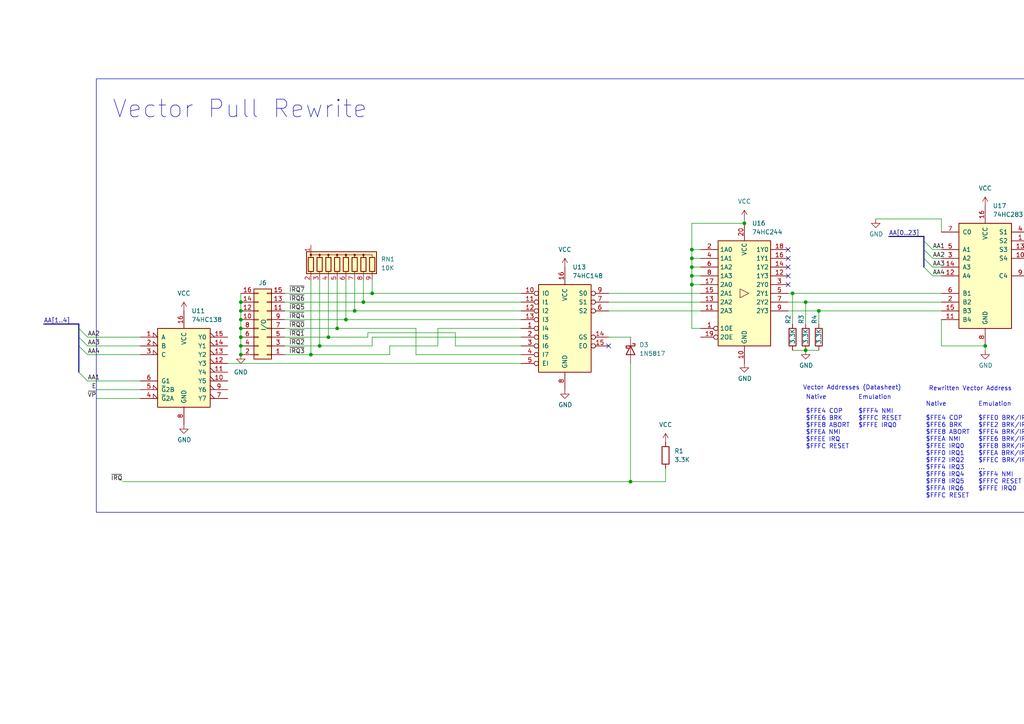
<source format=kicad_sch>
(kicad_sch (version 20250114) (generator "eeschema") (generator_version "9.0")
  (paper "A4")
  (lib_symbols
    (symbol "BB816-MATX-PCIE:74HC138" (pin_names (offset 1.016))
      (property "Reference" "U4" (at 2.1941 15.24 0))
      (property "Value" "74HC138" (at 2.1941 12.7 0))
      (symbol "74HC138_1_0"
        (pin input input_low (at -12.7 7.62 0) (length 5.08) (name "A") (number "1"))
        (pin input input_low (at -12.7 5.08 0) (length 5.08) (name "B") (number "2"))
        (pin input input_low (at -12.7 2.54 0) (length 5.08) (name "C") (number "3"))
        (pin input line (at -12.7 -5.08 0) (length 5.08) (name "G1") (number "6"))
        (pin input input_low (at -12.7 -7.62 0) (length 5.08) (name "~{G}2B") (number "5"))
        (pin input input_low (at -12.7 -10.16 0) (length 5.08) (name "~{G}2A") (number "4"))
        (pin power_in line (at 0 15.24 270) (length 5.08) (name "VCC") (number "16"))
        (pin power_in line (at 0 -17.78 90) (length 5.08) (name "GND") (number "8"))
        (pin output output_low (at 12.7 7.62 180) (length 5.08) (name "Y0") (number "15"))
        (pin output output_low (at 12.7 5.08 180) (length 5.08) (name "Y1") (number "14"))
        (pin output output_low (at 12.7 2.54 180) (length 5.08) (name "Y2") (number "13"))
        (pin output output_low (at 12.7 0 180) (length 5.08) (name "Y3") (number "12"))
        (pin output output_low (at 12.7 -2.54 180) (length 5.08) (name "Y4") (number "11"))
        (pin output output_low (at 12.7 -5.08 180) (length 5.08) (name "Y5") (number "10"))
        (pin output output_low (at 12.7 -7.62 180) (length 5.08) (name "Y6") (number "9"))
        (pin output output_low (at 12.7 -10.16 180) (length 5.08) (name "Y7") (number "7"))
      )
      (symbol "74HC138_1_1"
        (rectangle (start -7.62 10.16) (end 7.62 -12.7) (stroke (width 0.254)) (fill (type background)))
      )
    )
    (symbol "BB816-MATX-PCIE:74HC148" (pin_names (offset 1.016))
      (property "Reference" "U2" (at 2.1941 17.78 0))
      (property "Value" "74HC148" (at 2.1941 15.24 0))
      (symbol "74HC148_1_0"
        (pin input inverted (at -12.7 10.16 0) (length 5.08) (name "IO") (number "10"))
        (pin input inverted (at -12.7 7.62 0) (length 5.08) (name "I1") (number "11"))
        (pin input inverted (at -12.7 5.08 0) (length 5.08) (name "I2") (number "12"))
        (pin input inverted (at -12.7 2.54 0) (length 5.08) (name "I3") (number "13"))
        (pin input inverted (at -12.7 0 0) (length 5.08) (name "I4") (number "1"))
        (pin input inverted (at -12.7 -2.54 0) (length 5.08) (name "I5") (number "2"))
        (pin input inverted (at -12.7 -5.08 0) (length 5.08) (name "I6") (number "3"))
        (pin input inverted (at -12.7 -7.62 0) (length 5.08) (name "I7") (number "4"))
        (pin input inverted (at -12.7 -10.16 0) (length 5.08) (name "EI") (number "5"))
        (pin power_in line (at 0 17.78 270) (length 5.08) (name "VCC") (number "16"))
        (pin power_in line (at 0 -17.78 90) (length 5.08) (name "GND") (number "8"))
        (pin output inverted (at 12.7 10.16 180) (length 5.08) (name "S0") (number "9"))
        (pin output inverted (at 12.7 7.62 180) (length 5.08) (name "S1") (number "7"))
        (pin output inverted (at 12.7 5.08 180) (length 5.08) (name "S2") (number "6"))
        (pin output inverted (at 12.7 -2.54 180) (length 5.08) (name "GS") (number "14"))
        (pin output inverted (at 12.7 -5.08 180) (length 5.08) (name "EO") (number "15"))
      )
      (symbol "74HC148_1_1"
        (rectangle (start -7.62 12.7) (end 7.62 -12.7) (stroke (width 0.254)) (fill (type background)))
      )
    )
    (symbol "BB816-MATX-PCIE:74HC244"
      (property "Reference" "U" (at -7.62 16.51 0))
      (property "Value" "74HC244" (at -7.62 -16.51 0))
      (symbol "74HC244_1_0"
        (polyline (pts (xy 1.27 0) (xy -1.27 1.27) (xy -1.27 -1.27) (xy 1.27 0)) (stroke (width 0.1524)))
        (pin input line (at -12.7 12.7 0) (length 5.08) (name "1A0") (number "2"))
        (pin input line (at -12.7 10.16 0) (length 5.08) (name "1A1") (number "4"))
        (pin input line (at -12.7 7.62 0) (length 5.08) (name "1A2") (number "6"))
        (pin input line (at -12.7 5.08 0) (length 5.08) (name "1A3") (number "8"))
        (pin input line (at -12.7 2.54 0) (length 5.08) (name "2A0") (number "17"))
        (pin input line (at -12.7 0 0) (length 5.08) (name "2A1") (number "15"))
        (pin input line (at -12.7 -2.54 0) (length 5.08) (name "2A2") (number "13"))
        (pin input line (at -12.7 -5.08 0) (length 5.08) (name "2A3") (number "11"))
        (pin input inverted (at -12.7 -10.16 0) (length 5.08) (name "1OE") (number "1"))
        (pin input inverted (at -12.7 -12.7 0) (length 5.08) (name "2OE") (number "19"))
        (pin power_in line (at 0 20.32 270) (length 5.08) (name "VCC") (number "20"))
        (pin power_in line (at 0 -20.32 90) (length 5.08) (name "GND") (number "10"))
        (pin tri_state line (at 12.7 12.7 180) (length 5.08) (name "1Y0") (number "18"))
        (pin tri_state line (at 12.7 10.16 180) (length 5.08) (name "1Y1") (number "16"))
        (pin tri_state line (at 12.7 7.62 180) (length 5.08) (name "1Y2") (number "14"))
        (pin tri_state line (at 12.7 5.08 180) (length 5.08) (name "1Y3") (number "12"))
        (pin tri_state line (at 12.7 2.54 180) (length 5.08) (name "2Y0") (number "3"))
        (pin tri_state line (at 12.7 0 180) (length 5.08) (name "2Y1") (number "5"))
        (pin tri_state line (at 12.7 -2.54 180) (length 5.08) (name "2Y2") (number "7"))
        (pin tri_state line (at 12.7 -5.08 180) (length 5.08) (name "2Y3") (number "9"))
      )
      (symbol "74HC244_1_1"
        (rectangle (start -7.62 15.24) (end 7.62 -15.24) (stroke (width 0.254)) (fill (type background)))
      )
    )
    (symbol "BB816-MATX-PCIE:74HC283" (pin_names (offset 1.016))
      (property "Reference" "U8" (at 0 -1.27 0))
      (property "Value" "74HC283" (at -0.2286 -3.81 0))
      (symbol "74HC283_1_0"
        (pin input line (at -12.7 12.7 0) (length 5.08) (name "C0") (number "7"))
        (pin input line (at -12.7 7.62 0) (length 5.08) (name "A1") (number "5"))
        (pin input line (at -12.7 5.08 0) (length 5.08) (name "A2") (number "3"))
        (pin input line (at -12.7 2.54 0) (length 5.08) (name "A3") (number "14"))
        (pin input line (at -12.7 0 0) (length 5.08) (name "A4") (number "12"))
        (pin input line (at -12.7 -5.08 0) (length 5.08) (name "B1") (number "6"))
        (pin input line (at -12.7 -7.62 0) (length 5.08) (name "B2") (number "2"))
        (pin input line (at -12.7 -10.16 0) (length 5.08) (name "B3") (number "15"))
        (pin input line (at -12.7 -12.7 0) (length 5.08) (name "B4") (number "11"))
        (pin power_in line (at 0 20.32 270) (length 5.08) (name "VCC") (number "16"))
        (pin power_in line (at 0 -20.32 90) (length 5.08) (name "GND") (number "8"))
        (pin output line (at 12.7 12.7 180) (length 5.08) (name "S1") (number "4"))
        (pin output line (at 12.7 10.16 180) (length 5.08) (name "S2") (number "1"))
        (pin output line (at 12.7 7.62 180) (length 5.08) (name "S3") (number "13"))
        (pin output line (at 12.7 5.08 180) (length 5.08) (name "S4") (number "10"))
        (pin output line (at 12.7 0 180) (length 5.08) (name "C4") (number "9"))
      )
      (symbol "74HC283_1_1"
        (rectangle (start -7.62 15.24) (end 7.62 -15.24) (stroke (width 0.254)) (fill (type background)))
      )
    )
    (symbol "Connector_Generic:Conn_02x08_Odd_Even" (pin_names (offset 1.016) (hide yes))
      (property "Reference" "J" (at 1.27 10.16 0))
      (property "Value" "Conn_02x08_Odd_Even" (at 1.27 -12.7 0))
      (symbol "Conn_02x08_Odd_Even_1_1"
        (rectangle (start -1.27 8.89) (end 3.81 -11.43) (stroke (width 0.254)) (fill (type background)))
        (rectangle (start -1.27 7.747) (end 0 7.493) (stroke (width 0.1524)))
        (rectangle (start -1.27 5.207) (end 0 4.953) (stroke (width 0.1524)))
        (rectangle (start -1.27 2.667) (end 0 2.413) (stroke (width 0.1524)))
        (rectangle (start -1.27 0.127) (end 0 -0.127) (stroke (width 0.1524)))
        (rectangle (start -1.27 -2.413) (end 0 -2.667) (stroke (width 0.1524)))
        (rectangle (start -1.27 -4.953) (end 0 -5.207) (stroke (width 0.1524)))
        (rectangle (start -1.27 -7.493) (end 0 -7.747) (stroke (width 0.1524)))
        (rectangle (start -1.27 -10.033) (end 0 -10.287) (stroke (width 0.1524)))
        (rectangle (start 3.81 7.747) (end 2.54 7.493) (stroke (width 0.1524)))
        (rectangle (start 3.81 5.207) (end 2.54 4.953) (stroke (width 0.1524)))
        (rectangle (start 3.81 2.667) (end 2.54 2.413) (stroke (width 0.1524)))
        (rectangle (start 3.81 0.127) (end 2.54 -0.127) (stroke (width 0.1524)))
        (rectangle (start 3.81 -2.413) (end 2.54 -2.667) (stroke (width 0.1524)))
        (rectangle (start 3.81 -4.953) (end 2.54 -5.207) (stroke (width 0.1524)))
        (rectangle (start 3.81 -7.493) (end 2.54 -7.747) (stroke (width 0.1524)))
        (rectangle (start 3.81 -10.033) (end 2.54 -10.287) (stroke (width 0.1524)))
        (pin passive line (at -5.08 7.62 0) (length 3.81) (name "Pin_1") (number "1"))
        (pin passive line (at -5.08 5.08 0) (length 3.81) (name "Pin_3") (number "3"))
        (pin passive line (at -5.08 2.54 0) (length 3.81) (name "Pin_5") (number "5"))
        (pin passive line (at -5.08 0 0) (length 3.81) (name "Pin_7") (number "7"))
        (pin passive line (at -5.08 -2.54 0) (length 3.81) (name "Pin_9") (number "9"))
        (pin passive line (at -5.08 -5.08 0) (length 3.81) (name "Pin_11") (number "11"))
        (pin passive line (at -5.08 -7.62 0) (length 3.81) (name "Pin_13") (number "13"))
        (pin passive line (at -5.08 -10.16 0) (length 3.81) (name "Pin_15") (number "15"))
        (pin passive line (at 7.62 7.62 180) (length 3.81) (name "Pin_2") (number "2"))
        (pin passive line (at 7.62 5.08 180) (length 3.81) (name "Pin_4") (number "4"))
        (pin passive line (at 7.62 2.54 180) (length 3.81) (name "Pin_6") (number "6"))
        (pin passive line (at 7.62 0 180) (length 3.81) (name "Pin_8") (number "8"))
        (pin passive line (at 7.62 -2.54 180) (length 3.81) (name "Pin_10") (number "10"))
        (pin passive line (at 7.62 -5.08 180) (length 3.81) (name "Pin_12") (number "12"))
        (pin passive line (at 7.62 -7.62 180) (length 3.81) (name "Pin_14") (number "14"))
        (pin passive line (at 7.62 -10.16 180) (length 3.81) (name "Pin_16") (number "16"))
      )
    )
    (symbol "Device:R" (pin_numbers (hide yes)) (pin_names (offset 0))
      (property "Reference" "R" (at 2.032 0 90))
      (property "Value" "R" (at 0 0 90))
      (symbol "R_0_1"
        (rectangle (start -1.016 -2.54) (end 1.016 2.54) (stroke (width 0.254)))
      )
      (symbol "R_1_1"
        (pin passive line (at 0 3.81 270) (length 1.27) (name "~") (number "1"))
        (pin passive line (at 0 -3.81 90) (length 1.27) (name "~") (number "2"))
      )
    )
    (symbol "Device:R_Network08" (pin_names (offset 0) (hide yes))
      (property "Reference" "RN" (at -12.7 0 90))
      (property "Value" "R_Network08" (at 10.16 0 90))
      (symbol "R_Network08_0_1"
        (rectangle (start -11.43 -3.175) (end 8.89 3.175) (stroke (width 0.254)) (fill (type background)))
        (rectangle (start -10.922 1.524) (end -9.398 -2.54) (stroke (width 0.254)))
        (circle (center -10.16 2.286) (radius 0.254) (fill (type outline)))
        (polyline (pts (xy -10.16 1.524) (xy -10.16 2.286) (xy -7.62 2.286) (xy -7.62 1.524)))
        (polyline (pts (xy -10.16 -2.54) (xy -10.16 -3.81)))
        (rectangle (start -8.382 1.524) (end -6.858 -2.54) (stroke (width 0.254)))
        (circle (center -7.62 2.286) (radius 0.254) (fill (type outline)))
        (polyline (pts (xy -7.62 1.524) (xy -7.62 2.286) (xy -5.08 2.286) (xy -5.08 1.524)))
        (polyline (pts (xy -7.62 -2.54) (xy -7.62 -3.81)))
        (rectangle (start -5.842 1.524) (end -4.318 -2.54) (stroke (width 0.254)))
        (circle (center -5.08 2.286) (radius 0.254) (fill (type outline)))
        (polyline (pts (xy -5.08 1.524) (xy -5.08 2.286) (xy -2.54 2.286) (xy -2.54 1.524)))
        (polyline (pts (xy -5.08 -2.54) (xy -5.08 -3.81)))
        (rectangle (start -3.302 1.524) (end -1.778 -2.54) (stroke (width 0.254)))
        (circle (center -2.54 2.286) (radius 0.254) (fill (type outline)))
        (polyline (pts (xy -2.54 1.524) (xy -2.54 2.286) (xy 0 2.286) (xy 0 1.524)))
        (polyline (pts (xy -2.54 -2.54) (xy -2.54 -3.81)))
        (rectangle (start -0.762 1.524) (end 0.762 -2.54) (stroke (width 0.254)))
        (circle (center 0 2.286) (radius 0.254) (fill (type outline)))
        (polyline (pts (xy 0 1.524) (xy 0 2.286) (xy 2.54 2.286) (xy 2.54 1.524)))
        (polyline (pts (xy 0 -2.54) (xy 0 -3.81)))
        (rectangle (start 1.778 1.524) (end 3.302 -2.54) (stroke (width 0.254)))
        (circle (center 2.54 2.286) (radius 0.254) (fill (type outline)))
        (polyline (pts (xy 2.54 1.524) (xy 2.54 2.286) (xy 5.08 2.286) (xy 5.08 1.524)))
        (polyline (pts (xy 2.54 -2.54) (xy 2.54 -3.81)))
        (rectangle (start 4.318 1.524) (end 5.842 -2.54) (stroke (width 0.254)))
        (circle (center 5.08 2.286) (radius 0.254) (fill (type outline)))
        (polyline (pts (xy 5.08 1.524) (xy 5.08 2.286) (xy 7.62 2.286) (xy 7.62 1.524)))
        (polyline (pts (xy 5.08 -2.54) (xy 5.08 -3.81)))
        (rectangle (start 6.858 1.524) (end 8.382 -2.54) (stroke (width 0.254)))
        (polyline (pts (xy 7.62 -2.54) (xy 7.62 -3.81)))
      )
      (symbol "R_Network08_1_1"
        (pin passive line (at -10.16 5.08 270) (length 2.54) (name "common") (number "1"))
        (pin passive line (at -10.16 -5.08 90) (length 1.27) (name "R1") (number "2"))
        (pin passive line (at -7.62 -5.08 90) (length 1.27) (name "R2") (number "3"))
        (pin passive line (at -5.08 -5.08 90) (length 1.27) (name "R3") (number "4"))
        (pin passive line (at -2.54 -5.08 90) (length 1.27) (name "R4") (number "5"))
        (pin passive line (at 0 -5.08 90) (length 1.27) (name "R5") (number "6"))
        (pin passive line (at 2.54 -5.08 90) (length 1.27) (name "R6") (number "7"))
        (pin passive line (at 5.08 -5.08 90) (length 1.27) (name "R7") (number "8"))
        (pin passive line (at 7.62 -5.08 90) (length 1.27) (name "R8") (number "9"))
      )
    )
    (symbol "Diode:1N5817" (pin_numbers (hide yes)) (pin_names (offset 1.016) (hide yes))
      (property "Reference" "D" (at 0 2.54 0))
      (property "Value" "1N5817" (at 0 -2.54 0))
      (symbol "1N5817_0_1"
        (polyline (pts (xy -1.905 0.635) (xy -1.905 1.27) (xy -1.27 1.27) (xy -1.27 -1.27) (xy -0.635 -1.27) (xy -0.635 -0.635)) (stroke (width 0.254)))
        (polyline (pts (xy 1.27 1.27) (xy 1.27 -1.27) (xy -1.27 0) (xy 1.27 1.27)) (stroke (width 0.254)))
        (polyline (pts (xy 1.27 0) (xy -1.27 0)))
      )
      (symbol "1N5817_1_1"
        (pin passive line (at -3.81 0 0) (length 2.54) (name "K") (number "1"))
        (pin passive line (at 3.81 0 180) (length 2.54) (name "A") (number "2"))
      )
    )
    (symbol "power:GND" (power) (pin_names (offset 0))
      (property "Value" "GND" (at 0 -3.81 0))
      (symbol "GND_0_1"
        (polyline (pts (xy 0 0) (xy 0 -1.27) (xy 1.27 -1.27) (xy 0 -2.54) (xy -1.27 -1.27) (xy 0 -1.27)))
      )
      (symbol "GND_1_1"
        (pin power_in line (at 0 0 270) (length 0) (hide yes) (name "GND") (number "1"))
      )
    )
    (symbol "power:VCC" (power) (pin_names (offset 0))
      (property "Value" "VCC" (at 0 3.81 0))
      (symbol "VCC_0_1"
        (polyline (pts (xy -0.762 1.27) (xy 0 2.54)))
        (polyline (pts (xy 0 2.54) (xy 0.762 1.27)))
        (polyline (pts (xy 0 0) (xy 0 2.54)))
      )
      (symbol "VCC_1_1"
        (pin power_in line (at 0 0 90) (length 0) (hide yes) (name "VCC") (number "1"))
      )
    )
  )
  (rectangle (start 27.94 22.86) (end 325.12 148.59))
  (text "Vector Pull Rewrite" (at 69.596 31.75 0) (effects (font (size 5.08 5.08))))
  (text "Vector Addresses (Datasheet)" (at 247.142 112.522 0) (effects (font (size 1.27 1.27))))
  (text "Native\n\n$FFE4 COP\n$FFE6 BRK\n$FFE8 ABORT\n$FFEA NMI\n$FFEE IRQ0\n$FFF0 IRQ1\n$FFF2 IRQ2\n$FFF4 IRQ3\n$FFF6 IRQ4\n$FFF8 IRQ5\n$FFFA IRQ6\n$FFFC RESET" (at 268.478 130.556 0) (effects (font (size 1.27 1.27)) (justify left)))
  (text "Native\n\n$FFE4 COP\n$FFE6 BRK\n$FFE8 ABORT\n$FFEA NMI\n$FFEE IRQ\n$FFFC RESET" (at 233.68 122.428 0) (effects (font (size 1.27 1.27)) (justify left)))
  (text "Emulation\n\n$FFF4 NMI\n$FFFC RESET\n$FFFE IRQ0\n" (at 248.92 119.38 0) (effects (font (size 1.27 1.27)) (justify left)))
  (text "Emulation\n\n$FFE0 BRK/IRQ1\n$FFE2 BRK/IRQ2\n$FFE4 BRK/IRQ3\n$FFE6 BRK/IRQ4\n$FFE8 BRK/IRQ5\n$FFEA BRK/IRQ6\n$FFEC BRK/IRQ7\n...\n$FFF4 NMI\n$FFFC RESET\n$FFFE IRQ0\n" (at 283.718 129.54 0) (effects (font (size 1.27 1.27)) (justify left)))
  (text "Rewritten Vector Address" (at 281.432 112.776 0) (effects (font (size 1.27 1.27))))
  (junction (at 107.95 85.09))
  (junction (at 200.66 82.55))
  (junction (at 215.9 64.77))
  (junction (at 200.66 72.39))
  (junction (at 90.17 102.87))
  (junction (at 69.85 100.33))
  (junction (at 100.33 92.71))
  (junction (at 285.75 100.33))
  (junction (at 229.87 85.09))
  (junction (at 92.71 100.33))
  (junction (at 69.85 97.79))
  (junction (at 69.85 90.17))
  (junction (at 69.85 87.63))
  (junction (at 69.85 92.71))
  (junction (at 200.66 74.93))
  (junction (at 69.85 102.87))
  (junction (at 69.85 95.25))
  (junction (at 182.88 139.7))
  (junction (at 105.41 87.63))
  (junction (at 233.68 101.6))
  (junction (at 200.66 77.47))
  (junction (at 233.68 87.63))
  (junction (at 200.66 80.01))
  (junction (at 237.49 90.17))
  (junction (at 95.25 97.79))
  (junction (at 97.79 95.25))
  (junction (at 102.87 90.17))
  (no_connect (at 228.6 74.93))
  (no_connect (at 228.6 80.01))
  (no_connect (at 228.6 72.39))
  (no_connect (at 176.53 100.33))
  (no_connect (at 228.6 82.55))
  (no_connect (at 228.6 77.47))
  (bus_entry (at 303.53 64.77) (size -2.54 2.54))
  (bus_entry (at 267.97 77.47) (size 2.54 2.54))
  (bus_entry (at 22.86 107.95) (size 2.54 2.54))
  (bus_entry (at 267.97 74.93) (size 2.54 2.54))
  (bus_entry (at 22.86 97.79) (size 2.54 2.54))
  (bus_entry (at 303.53 69.85) (size -2.54 2.54))
  (bus_entry (at 303.53 72.39) (size -2.54 2.54))
  (bus_entry (at 22.86 100.33) (size 2.54 2.54))
  (bus_entry (at 22.86 95.25) (size 2.54 2.54))
  (bus_entry (at 267.97 72.39) (size 2.54 2.54))
  (bus_entry (at 267.97 69.85) (size 2.54 2.54))
  (bus_entry (at 303.53 67.31) (size -2.54 2.54))
  (wire (pts (xy 102.87 81.28) (xy 102.87 90.17)))
  (wire (pts (xy 82.55 92.71) (xy 100.33 92.71)))
  (wire (pts (xy 127 100.33) (xy 113.03 100.33)))
  (wire (pts (xy 285.75 101.6) (xy 285.75 100.33)))
  (wire (pts (xy 200.66 77.47) (xy 203.2 77.47)))
  (wire (pts (xy 300.99 69.85) (xy 298.45 69.85)))
  (wire (pts (xy 120.65 102.87) (xy 151.13 102.87)))
  (wire (pts (xy 200.66 74.93) (xy 200.66 72.39)))
  (wire (pts (xy 182.88 105.41) (xy 182.88 139.7)))
  (wire (pts (xy 95.25 97.79) (xy 106.68 97.79)))
  (wire (pts (xy 102.87 90.17) (xy 151.13 90.17)))
  (wire (pts (xy 120.65 102.87) (xy 120.65 95.25)))
  (wire (pts (xy 200.66 74.93) (xy 203.2 74.93)))
  (wire (pts (xy 229.87 85.09) (xy 273.05 85.09)))
  (bus (pts (xy 313.69 63.5) (xy 303.53 63.5)))
  (wire (pts (xy 273.05 63.5) (xy 273.05 67.31)))
  (bus (pts (xy 303.53 64.77) (xy 303.53 67.31)))
  (bus (pts (xy 22.86 93.98) (xy 22.86 95.25)))
  (wire (pts (xy 25.4 102.87) (xy 40.64 102.87)))
  (wire (pts (xy 92.71 81.28) (xy 92.71 100.33)))
  (wire (pts (xy 200.66 77.47) (xy 200.66 74.93)))
  (wire (pts (xy 200.66 80.01) (xy 200.66 77.47)))
  (bus (pts (xy 267.97 77.47) (xy 267.97 74.93)))
  (wire (pts (xy 270.51 74.93) (xy 273.05 74.93)))
  (wire (pts (xy 35.56 139.7) (xy 182.88 139.7)))
  (wire (pts (xy 228.6 85.09) (xy 229.87 85.09)))
  (wire (pts (xy 237.49 90.17) (xy 273.05 90.17)))
  (wire (pts (xy 273.05 100.33) (xy 273.05 92.71)))
  (wire (pts (xy 300.99 72.39) (xy 298.45 72.39)))
  (wire (pts (xy 69.85 90.17) (xy 69.85 92.71)))
  (wire (pts (xy 200.66 82.55) (xy 203.2 82.55)))
  (wire (pts (xy 25.4 110.49) (xy 40.64 110.49)))
  (wire (pts (xy 270.51 77.47) (xy 273.05 77.47)))
  (wire (pts (xy 300.99 74.93) (xy 298.45 74.93)))
  (wire (pts (xy 25.4 100.33) (xy 40.64 100.33)))
  (wire (pts (xy 25.4 97.79) (xy 40.64 97.79)))
  (bus (pts (xy 257.81 68.58) (xy 267.97 68.58)))
  (wire (pts (xy 69.85 100.33) (xy 69.85 102.87)))
  (wire (pts (xy 82.55 95.25) (xy 97.79 95.25)))
  (bus (pts (xy 267.97 69.85) (xy 267.97 72.39)))
  (wire (pts (xy 95.25 81.28) (xy 95.25 97.79)))
  (wire (pts (xy 193.04 135.89) (xy 193.04 139.7)))
  (wire (pts (xy 127 95.25) (xy 127 100.33)))
  (bus (pts (xy 22.86 97.79) (xy 22.86 95.25)))
  (wire (pts (xy 285.75 100.33) (xy 273.05 100.33)))
  (wire (pts (xy 82.55 97.79) (xy 95.25 97.79)))
  (wire (pts (xy 237.49 90.17) (xy 237.49 93.98)))
  (wire (pts (xy 90.17 81.28) (xy 90.17 102.87)))
  (wire (pts (xy 200.66 64.77) (xy 215.9 64.77)))
  (wire (pts (xy 200.66 72.39) (xy 200.66 64.77)))
  (wire (pts (xy 97.79 95.25) (xy 120.65 95.25)))
  (wire (pts (xy 107.95 85.09) (xy 151.13 85.09)))
  (wire (pts (xy 69.85 92.71) (xy 69.85 95.25)))
  (wire (pts (xy 27.94 113.03) (xy 40.64 113.03)))
  (wire (pts (xy 97.79 81.28) (xy 97.79 95.25)))
  (wire (pts (xy 106.68 96.52) (xy 132.08 96.52)))
  (bus (pts (xy 22.86 100.33) (xy 22.86 107.95)))
  (wire (pts (xy 82.55 87.63) (xy 105.41 87.63)))
  (wire (pts (xy 100.33 81.28) (xy 100.33 92.71)))
  (wire (pts (xy 182.88 139.7) (xy 193.04 139.7)))
  (bus (pts (xy 267.97 68.58) (xy 267.97 69.85)))
  (wire (pts (xy 127 95.25) (xy 151.13 95.25)))
  (wire (pts (xy 105.41 87.63) (xy 151.13 87.63)))
  (wire (pts (xy 228.6 87.63) (xy 233.68 87.63)))
  (wire (pts (xy 200.66 80.01) (xy 200.66 82.55)))
  (wire (pts (xy 113.03 100.33) (xy 113.03 102.87)))
  (bus (pts (xy 303.53 72.39) (xy 303.53 69.85)))
  (bus (pts (xy 22.86 100.33) (xy 22.86 97.79)))
  (wire (pts (xy 66.04 105.41) (xy 151.13 105.41)))
  (wire (pts (xy 107.95 97.79) (xy 107.95 100.33)))
  (bus (pts (xy 267.97 74.93) (xy 267.97 72.39)))
  (wire (pts (xy 200.66 80.01) (xy 203.2 80.01)))
  (wire (pts (xy 228.6 90.17) (xy 237.49 90.17)))
  (wire (pts (xy 203.2 95.25) (xy 200.66 95.25)))
  (wire (pts (xy 69.85 95.25) (xy 69.85 97.79)))
  (wire (pts (xy 300.99 67.31) (xy 298.45 67.31)))
  (wire (pts (xy 107.95 97.79) (xy 151.13 97.79)))
  (wire (pts (xy 254 63.5) (xy 273.05 63.5)))
  (wire (pts (xy 105.41 81.28) (xy 105.41 87.63)))
  (wire (pts (xy 92.71 100.33) (xy 107.95 100.33)))
  (wire (pts (xy 270.51 80.01) (xy 273.05 80.01)))
  (wire (pts (xy 90.17 102.87) (xy 113.03 102.87)))
  (wire (pts (xy 176.53 87.63) (xy 203.2 87.63)))
  (wire (pts (xy 233.68 87.63) (xy 273.05 87.63)))
  (wire (pts (xy 176.53 85.09) (xy 203.2 85.09)))
  (wire (pts (xy 229.87 101.6) (xy 233.68 101.6)))
  (wire (pts (xy 107.95 81.28) (xy 107.95 85.09)))
  (wire (pts (xy 69.85 97.79) (xy 69.85 100.33)))
  (wire (pts (xy 176.53 90.17) (xy 203.2 90.17)))
  (bus (pts (xy 12.7 93.98) (xy 22.86 93.98)))
  (wire (pts (xy 176.53 97.79) (xy 182.88 97.79)))
  (wire (pts (xy 100.33 92.71) (xy 151.13 92.71)))
  (wire (pts (xy 132.08 100.33) (xy 132.08 96.52)))
  (wire (pts (xy 82.55 100.33) (xy 92.71 100.33)))
  (wire (pts (xy 106.68 96.52) (xy 106.68 97.79)))
  (wire (pts (xy 200.66 72.39) (xy 203.2 72.39)))
  (bus (pts (xy 303.53 69.85) (xy 303.53 67.31)))
  (wire (pts (xy 233.68 87.63) (xy 233.68 93.98)))
  (wire (pts (xy 132.08 100.33) (xy 151.13 100.33)))
  (wire (pts (xy 215.9 63.5) (xy 215.9 64.77)))
  (wire (pts (xy 69.85 87.63) (xy 69.85 90.17)))
  (wire (pts (xy 229.87 85.09) (xy 229.87 93.98)))
  (wire (pts (xy 82.55 102.87) (xy 90.17 102.87)))
  (wire (pts (xy 233.68 101.6) (xy 237.49 101.6)))
  (wire (pts (xy 82.55 90.17) (xy 102.87 90.17)))
  (bus (pts (xy 303.53 63.5) (xy 303.53 64.77)))
  (wire (pts (xy 69.85 85.09) (xy 69.85 87.63)))
  (wire (pts (xy 200.66 82.55) (xy 200.66 95.25)))
  (wire (pts (xy 82.55 85.09) (xy 107.95 85.09)))
  (wire (pts (xy 270.51 72.39) (xy 273.05 72.39)))
  (wire (pts (xy 27.94 115.57) (xy 40.64 115.57)))
  (label "~{IRQ1}" (at 83.82 97.79 0))
  (label "AA3" (at 25.4 100.33 0))
  (label "AA[1..4]" (at 12.7 93.98 0))
  (label "AA2" (at 25.4 97.79 0))
  (label "~{IRQ0}" (at 83.82 95.25 0))
  (label "A1" (at 300.99 67.31 180))
  (label "~{IRQ5}" (at 83.82 90.17 0))
  (label "A4" (at 300.99 74.93 180))
  (label "~{IRQ7}" (at 83.82 85.09 0))
  (label "~{IRQ4}" (at 83.82 92.71 0))
  (label "~{VP}" (at 27.94 115.57 180))
  (label "AA4" (at 270.51 80.01 0))
  (label "A[0..23]" (at 313.69 63.5 180))
  (label "AA4" (at 25.4 102.87 0))
  (label "AA[0..23]" (at 257.81 68.58 0))
  (label "AA2" (at 270.51 74.93 0))
  (label "A3" (at 300.99 72.39 180))
  (label "A2" (at 300.99 69.85 180))
  (label "~{IRQ6}" (at 83.82 87.63 0))
  (label "~{IRQ}" (at 35.56 139.7 180))
  (label "E" (at 27.94 113.03 180))
  (label "~{IRQ2}" (at 83.82 100.33 0))
  (label "AA1" (at 25.4 110.49 0))
  (label "AA3" (at 270.51 77.47 0))
  (label "~{IRQ3}" (at 83.82 102.87 0))
  (label "AA1" (at 270.51 72.39 0))
  (symbol (lib_id "Device:R") (at 237.49 97.79 0) (unit 1)
    (property "Reference" "R4" (at 236.22 93.98 90) (effects (justify left)))
    (property "Value" "3.3K" (at 237.49 99.822 90) (effects (justify left)))
    (property "Footprint" "Resistor_THT:R_Axial_DIN0207_L6.3mm_D2.5mm_P7.62mm_Horizontal" (effects (hide yes)))
    (property "Description" "Resistor" (effects (hide yes)))
  )
  (symbol (lib_id "power:GND") (at 163.83 113.03 0) (unit 1)
    (property "Reference" "#PWR025" (effects (hide yes)))
    (property "Value" "GND" (at 163.957 117.4242 0))
  )
  (symbol (lib_id "Device:R") (at 233.68 97.79 0) (unit 1)
    (property "Reference" "R3" (at 232.41 93.98 90) (effects (justify left)))
    (property "Value" "3.3K" (at 233.68 99.822 90) (effects (justify left)))
    (property "Footprint" "Resistor_THT:R_Axial_DIN0207_L6.3mm_D2.5mm_P7.62mm_Horizontal" (effects (hide yes)))
    (property "Description" "Resistor" (effects (hide yes)))
  )
  (symbol (lib_id "power:VCC") (at 163.83 77.47 0) (unit 1)
    (property "Reference" "#PWR024" (effects (hide yes)))
    (property "Value" "VCC" (at 163.83 72.39 0))
    (property "Description" "Power symbol creates a global label with name \"VCC\"" (effects (hide yes)))
  )
  (symbol (lib_id "power:VCC") (at 193.04 128.27 0) (unit 1)
    (property "Reference" "#PWR026" (effects (hide yes)))
    (property "Value" "VCC" (at 193.04 123.19 0))
    (property "Description" "Power symbol creates a global label with name \"VCC\"" (effects (hide yes)))
  )
  (symbol (lib_id "Connector_Generic:Conn_02x08_Odd_Even") (at 77.47 95.25 180) (unit 1)
    (property "Reference" "J6" (at 76.2 82.042 0))
    (property "Value" "I/O" (at 76.454 94.234 90))
    (property "Footprint" "Connector_PinHeader_2.54mm:PinHeader_2x08_P2.54mm_Vertical" (effects (hide yes)))
    (property "Description" "Generic connector, double row, 02x08, odd/even pin numbering scheme (row 1 odd numbers, row 2 even numbers), script generated (kicad-library-utils/schlib/autogen/connector/)" (effects (hide yes)))
  )
  (symbol (lib_id "power:GND") (at 233.68 101.6 0) (unit 1)
    (property "Reference" "#PWR028" (effects (hide yes)))
    (property "Value" "GND" (at 233.807 105.9942 0))
  )
  (symbol (lib_id "Device:R") (at 229.87 97.79 0) (unit 1)
    (property "Reference" "R2" (at 228.6 93.98 90) (effects (justify left)))
    (property "Value" "3.3K" (at 229.87 99.822 90) (effects (justify left)))
    (property "Footprint" "Resistor_THT:R_Axial_DIN0207_L6.3mm_D2.5mm_P7.62mm_Horizontal" (effects (hide yes)))
    (property "Description" "Resistor" (effects (hide yes)))
  )
  (symbol (lib_id "power:GND") (at 69.85 102.87 0) (unit 1)
    (property "Reference" "#PWR032" (effects (hide yes)))
    (property "Value" "GND" (at 69.85 107.95 0))
    (property "Description" "Power symbol creates a global label with name \"GND\" , ground" (effects (hide yes)))
  )
  (symbol (lib_id "power:VCC") (at 53.34 90.17 0) (unit 1)
    (property "Reference" "#PWR014" (effects (hide yes)))
    (property "Value" "VCC" (at 53.34 85.09 0))
    (property "Description" "Power symbol creates a global label with name \"VCC\"" (effects (hide yes)))
  )
  (symbol (lib_id "BB816-MATX-PCIE:74HC283") (at 285.75 80.01 0) (unit 1)
    (property "Reference" "U17" (at 287.9441 59.69 0) (effects (justify left)))
    (property "Value" "74HC283" (at 287.9441 62.23 0) (effects (justify left)))
    (property "Footprint" "Package_DIP:DIP-16_W7.62mm_Socket" (effects (hide yes)))
    (property "Datasheet" "https://www.ti.com/lit/ds/symlink/cd74hc283.pdf" (effects (hide yes)))
    (property "Description" "4-bit full Adder" (effects (hide yes)))
  )
  (symbol (lib_id "power:VCC") (at 215.9 63.5 0) (unit 1)
    (property "Reference" "#PWR027" (effects (hide yes)))
    (property "Value" "VCC" (at 215.9 58.42 0))
    (property "Description" "Power symbol creates a global label with name \"VCC\"" (effects (hide yes)))
  )
  (symbol (lib_id "power:GND") (at 215.9 105.41 0) (unit 1)
    (property "Reference" "#PWR01" (effects (hide yes)))
    (property "Value" "GND" (at 216.027 109.8042 0))
  )
  (symbol (lib_id "power:VCC") (at 285.75 59.69 0) (unit 1)
    (property "Reference" "#PWR030" (effects (hide yes)))
    (property "Value" "VCC" (at 285.75 54.61 0))
    (property "Description" "Power symbol creates a global label with name \"VCC\"" (effects (hide yes)))
  )
  (symbol (lib_id "BB816-MATX-PCIE:74HC138") (at 53.34 105.41 0) (unit 1)
    (property "Reference" "U11" (at 55.5341 90.17 0) (effects (justify left)))
    (property "Value" "74HC138" (at 55.5341 92.71 0) (effects (justify left)))
    (property "Footprint" "Package_DIP:DIP-16_W7.62mm_Socket" (effects (hide yes)))
    (property "Datasheet" "https://www.ti.com/lit/ds/symlink/cd74hc138.pdf" (effects (hide yes)))
    (property "Description" "Decoder 3 to 8 active low outputs" (effects (hide yes)))
  )
  (symbol (lib_id "power:GND") (at 285.75 101.6 0) (unit 1)
    (property "Reference" "#PWR031" (effects (hide yes)))
    (property "Value" "GND" (at 285.877 105.9942 0))
  )
  (symbol (lib_id "Device:R") (at 193.04 132.08 0) (unit 1)
    (property "Reference" "R1" (at 195.58 130.8099 0) (effects (justify left)))
    (property "Value" "3.3K" (at 195.58 133.3499 0) (effects (justify left)))
    (property "Footprint" "Resistor_THT:R_Axial_DIN0207_L6.3mm_D2.5mm_P7.62mm_Horizontal" (effects (hide yes)))
    (property "Description" "Resistor" (effects (hide yes)))
  )
  (symbol (lib_id "BB816-MATX-PCIE:74HC244") (at 215.9 85.09 0) (unit 1)
    (property "Reference" "U16" (at 218.0941 64.77 0) (effects (justify left)))
    (property "Value" "74HC244" (at 218.0941 67.31 0) (effects (justify left)))
    (property "Footprint" "Package_DIP:DIP-20_W7.62mm_Socket" (effects (hide yes)))
    (property "Datasheet" "https://assets.nexperia.com/documents/data-sheet/74HC_HCT244.pdf" (effects (hide yes)))
    (property "Description" "8-bit Buffer/Line Driver 3-state" (effects (hide yes)))
  )
  (symbol (lib_id "Device:R_Network08") (at 100.33 76.2 0) (unit 1)
    (property "Reference" "RN1" (at 110.49 75.1839 0) (effects (justify left)))
    (property "Value" "10K" (at 110.49 77.7239 0) (effects (justify left)))
    (property "Footprint" "Resistor_THT:R_Array_SIP9" (effects (hide yes)))
    (property "Datasheet" "http://www.vishay.com/docs/31509/csc.pdf" (effects (hide yes)))
    (property "Description" "8 resistor network, star topology, bussed resistors, small symbol" (effects (hide yes)))
  )
  (symbol (lib_id "BB816-MATX-PCIE:74HC148") (at 163.83 95.25 0) (unit 1)
    (property "Reference" "U13" (at 166.0241 77.47 0) (effects (justify left)))
    (property "Value" "74HC148" (at 166.0241 80.01 0) (effects (justify left)))
    (property "Footprint" "Package_DIP:DIP-16_W7.62mm_Socket" (effects (hide yes)))
    (property "Datasheet" "https://www.ti.com/lit/ds/symlink/sn54hc148.pdf" (effects (hide yes)))
    (property "Description" "Priority Encoder 3 to 8 cascadable" (effects (hide yes)))
  )
  (symbol (lib_id "power:GND") (at 53.34 123.19 0) (unit 1)
    (property "Reference" "#PWR015" (effects (hide yes)))
    (property "Value" "GND" (at 53.467 127.5842 0))
  )
  (symbol (lib_id "Diode:1N5817") (at 182.88 101.6 270) (unit 1)
    (property "Reference" "D3" (at 185.42 100.0124 90) (effects (justify left)))
    (property "Value" "1N5817" (at 185.42 102.5524 90) (effects (justify left)))
    (property "Footprint" "Diode_THT:D_DO-41_SOD81_P10.16mm_Horizontal" (effects (hide yes)))
    (property "Datasheet" "http://www.vishay.com/docs/88525/1n5817.pdf" (effects (hide yes)))
    (property "Description" "20V 1A Schottky Barrier Rectifier Diode, DO-41" (effects (hide yes)))
  )
  (symbol (lib_id "power:GND") (at 254 63.5 0) (unit 1)
    (property "Reference" "#PWR029" (effects (hide yes)))
    (property "Value" "GND" (at 254.127 67.8942 0))
  )
)
</source>
